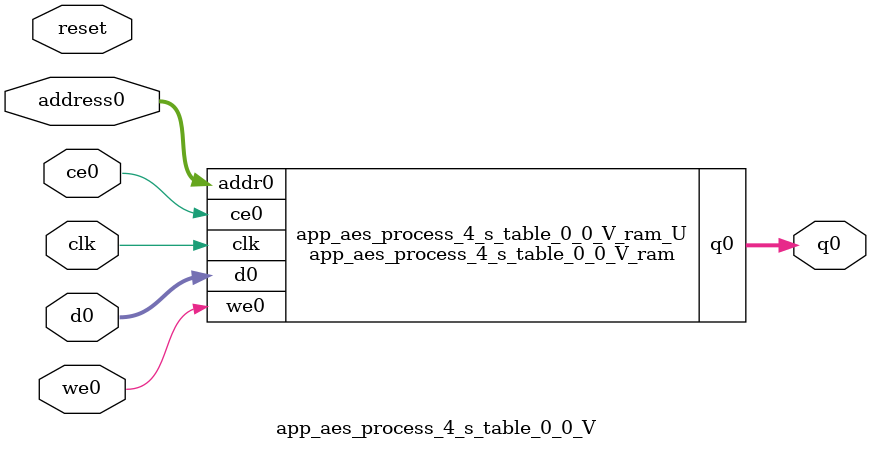
<source format=v>

`timescale 1 ns / 1 ps
module app_aes_process_4_s_table_0_0_V_ram (addr0, ce0, d0, we0, q0,  clk);

parameter DWIDTH = 8;
parameter AWIDTH = 6;
parameter MEM_SIZE = 64;

input[AWIDTH-1:0] addr0;
input ce0;
input[DWIDTH-1:0] d0;
input we0;
output reg[DWIDTH-1:0] q0;
input clk;

(* ram_style = "distributed" *)reg [DWIDTH-1:0] ram[0:MEM_SIZE-1];




always @(posedge clk)  
begin 
    if (ce0) 
    begin
        if (we0) 
        begin 
            ram[addr0] <= d0; 
            q0 <= d0;
        end 
        else 
            q0 <= ram[addr0];
    end
end


endmodule


`timescale 1 ns / 1 ps
module app_aes_process_4_s_table_0_0_V(
    reset,
    clk,
    address0,
    ce0,
    we0,
    d0,
    q0);

parameter DataWidth = 32'd8;
parameter AddressRange = 32'd64;
parameter AddressWidth = 32'd6;
input reset;
input clk;
input[AddressWidth - 1:0] address0;
input ce0;
input we0;
input[DataWidth - 1:0] d0;
output[DataWidth - 1:0] q0;



app_aes_process_4_s_table_0_0_V_ram app_aes_process_4_s_table_0_0_V_ram_U(
    .clk( clk ),
    .addr0( address0 ),
    .ce0( ce0 ),
    .d0( d0 ),
    .we0( we0 ),
    .q0( q0 ));

endmodule


</source>
